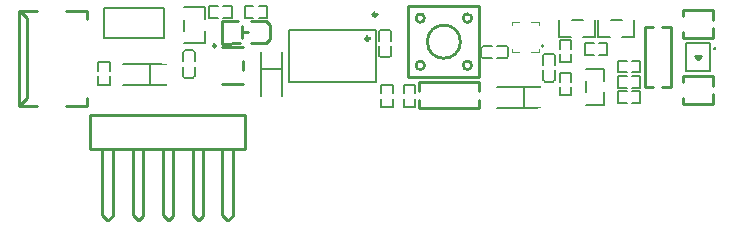
<source format=gto>
G04 Layer: TopSilkLayer*
G04 EasyEDA v6.4.20.6, 2021-07-19T17:35:24+02:00*
G04 4fc8b908a01b444f87dbcbd8e6e61994,c893d1cfc3b04c85b30658aade316d97,10*
G04 Gerber Generator version 0.2*
G04 Scale: 100 percent, Rotated: No, Reflected: No *
G04 Dimensions in millimeters *
G04 leading zeros omitted , absolute positions ,4 integer and 5 decimal *
%FSLAX45Y45*%
%MOMM*%

%ADD10C,0.2540*%
%ADD14C,0.3000*%
%ADD41C,0.1524*%
%ADD42C,0.1500*%
%ADD43C,0.1000*%
%ADD44C,0.2032*%
%ADD45C,0.2030*%

%LPD*%
G36*
X2064766Y-464261D02*
G01*
X2064766Y-509981D01*
X2079955Y-509981D01*
X2079955Y-464261D01*
G37*
G36*
X2240026Y-464261D02*
G01*
X2240026Y-509981D01*
X2255215Y-509981D01*
X2255215Y-464261D01*
G37*
G36*
X1230020Y-564743D02*
G01*
X1230020Y-579983D01*
X1275740Y-579983D01*
X1275740Y-564743D01*
G37*
G36*
X1230020Y-740054D02*
G01*
X1230020Y-755243D01*
X1275740Y-755243D01*
X1275740Y-740054D01*
G37*
G36*
X4399991Y-754786D02*
G01*
X4399991Y-769975D01*
X4445711Y-769975D01*
X4445711Y-754786D01*
G37*
G36*
X4399991Y-930046D02*
G01*
X4399991Y-945235D01*
X4445711Y-945235D01*
X4445711Y-930046D01*
G37*
D41*
X1410139Y-468370D02*
G01*
X1410139Y-547380D01*
X1509859Y-547380D02*
G01*
X1509859Y-468370D01*
X1494619Y-453130D02*
G01*
X1425379Y-453130D01*
X1410139Y-671631D02*
G01*
X1410139Y-592622D01*
X1509859Y-592622D02*
G01*
X1509859Y-671631D01*
X1494619Y-686871D02*
G01*
X1425379Y-686871D01*
X2072378Y-837618D02*
G01*
X2072378Y-502384D01*
X2247623Y-837618D02*
G01*
X2247623Y-502384D01*
X2072378Y-609569D02*
G01*
X2247623Y-609569D01*
D10*
X1920006Y-424995D02*
G01*
X1740004Y-424995D01*
X1920006Y-539993D02*
G01*
X1920006Y-619996D01*
X1920006Y-734997D02*
G01*
X1740004Y-734997D01*
X625000Y-1035999D02*
G01*
X625000Y-1004001D01*
X1933999Y-1004001D01*
X1933999Y-1035999D01*
X1934999Y-1035999D02*
G01*
X1934999Y-1289999D01*
X1495000Y-1290005D02*
G01*
X1495000Y-1849635D01*
X1535371Y-1889998D01*
X1581091Y-1290005D02*
G01*
X1581091Y-1851898D01*
X1542991Y-1889998D01*
X1242816Y-1289999D02*
G01*
X1242816Y-1849630D01*
X1328907Y-1289999D02*
G01*
X1328907Y-1851898D01*
X1242816Y-1289999D02*
G01*
X1242816Y-1849630D01*
X1283187Y-1889998D01*
X1328907Y-1289999D02*
G01*
X1328907Y-1851898D01*
X1290807Y-1889998D01*
X988910Y-1289999D02*
G01*
X988910Y-1849630D01*
X1029281Y-1889998D01*
X1075001Y-1289999D02*
G01*
X1075001Y-1851898D01*
X1036901Y-1889998D01*
X728908Y-1289999D02*
G01*
X728908Y-1849630D01*
X814999Y-1289999D02*
G01*
X814999Y-1851898D01*
X728908Y-1289999D02*
G01*
X728908Y-1849630D01*
X769277Y-1889998D01*
X814999Y-1289999D02*
G01*
X814999Y-1851898D01*
X776899Y-1889998D01*
X625000Y-1289999D02*
G01*
X1934999Y-1289999D01*
X1745000Y-1289999D02*
G01*
X1745000Y-1849630D01*
X1785371Y-1889998D01*
X1831091Y-1289999D02*
G01*
X1831091Y-1851898D01*
X1792991Y-1889998D01*
X625000Y-1289999D02*
G01*
X625000Y-1035999D01*
D41*
X4887381Y-489859D02*
G01*
X4815578Y-489859D01*
X4815578Y-390138D01*
X4887381Y-390138D01*
X4932624Y-489859D02*
G01*
X5004427Y-489859D01*
X5004427Y-390138D01*
X4932624Y-390138D01*
X4699863Y-482620D02*
G01*
X4699863Y-554423D01*
X4600143Y-554423D01*
X4600143Y-482620D01*
X4699863Y-437377D02*
G01*
X4699863Y-365574D01*
X4600143Y-365574D01*
X4600143Y-437377D01*
X4699863Y-762622D02*
G01*
X4699863Y-834425D01*
X4600143Y-834425D01*
X4600143Y-762622D01*
X4699863Y-717379D02*
G01*
X4699863Y-645576D01*
X4600143Y-645576D01*
X4600143Y-717379D01*
X902383Y-572378D02*
G01*
X1237617Y-572378D01*
X902383Y-747623D02*
G01*
X1237617Y-747623D01*
X1130432Y-572378D02*
G01*
X1130432Y-747623D01*
X4559863Y-577380D02*
G01*
X4559863Y-498370D01*
X4460143Y-498370D02*
G01*
X4460143Y-577380D01*
X4544623Y-483130D02*
G01*
X4475383Y-483130D01*
X4460143Y-701631D02*
G01*
X4460143Y-622622D01*
X4559863Y-622622D02*
G01*
X4559863Y-701631D01*
X4544623Y-716871D02*
G01*
X4475383Y-716871D01*
X4072381Y-762378D02*
G01*
X4407618Y-762378D01*
X4072381Y-937623D02*
G01*
X4407618Y-937623D01*
X4300433Y-762378D02*
G01*
X4300433Y-937623D01*
X4072623Y-519859D02*
G01*
X4151632Y-519859D01*
X4151632Y-420138D02*
G01*
X4072623Y-420138D01*
X4166872Y-504619D02*
G01*
X4166872Y-435378D01*
X3948371Y-420138D02*
G01*
X4027380Y-420138D01*
X4027380Y-519859D02*
G01*
X3948371Y-519859D01*
X3933131Y-504619D02*
G01*
X3933131Y-435378D01*
X3170750Y-372717D02*
G01*
X3170750Y-293707D01*
X3071030Y-293707D02*
G01*
X3071030Y-372717D01*
X3155510Y-278467D02*
G01*
X3086270Y-278467D01*
X3071030Y-496968D02*
G01*
X3071030Y-417959D01*
X3170750Y-417959D02*
G01*
X3170750Y-496968D01*
X3155510Y-512208D02*
G01*
X3086270Y-512208D01*
X1422387Y-393618D02*
G01*
X1597629Y-393618D01*
X1597629Y-289458D01*
X1422387Y-86380D02*
G01*
X1597629Y-86380D01*
X1597629Y-190540D01*
X1422387Y-285539D02*
G01*
X1422387Y-194459D01*
D10*
X3405997Y-943693D02*
G01*
X3913997Y-943693D01*
X3913997Y-869673D02*
G01*
X3913997Y-943693D01*
X3913997Y-723694D02*
G01*
X3913997Y-797714D01*
X3405997Y-869673D02*
G01*
X3405997Y-943693D01*
X3405997Y-723694D02*
G01*
X3405997Y-797714D01*
X3405997Y-723694D02*
G01*
X3913997Y-723694D01*
X5320002Y-256001D02*
G01*
X5320002Y-764001D01*
X5394022Y-764001D02*
G01*
X5320002Y-764001D01*
X5540001Y-764001D02*
G01*
X5465980Y-764001D01*
X5394022Y-256001D02*
G01*
X5320002Y-256001D01*
X5540001Y-256001D02*
G01*
X5465980Y-256001D01*
X5540001Y-256001D02*
G01*
X5540001Y-764001D01*
X5897003Y-265978D02*
G01*
X5897003Y-347499D01*
X5897003Y-112499D02*
G01*
X5897003Y-194020D01*
X5643003Y-298701D02*
G01*
X5643003Y-347499D01*
X5643003Y-112499D02*
G01*
X5643003Y-161297D01*
X5897003Y-347499D02*
G01*
X5643003Y-347499D01*
X5897003Y-112499D02*
G01*
X5643003Y-112499D01*
X5897003Y-825980D02*
G01*
X5897003Y-907501D01*
X5897003Y-672500D02*
G01*
X5897003Y-754021D01*
X5643003Y-858702D02*
G01*
X5643003Y-907501D01*
X5643003Y-672500D02*
G01*
X5643003Y-721299D01*
X5897003Y-907501D02*
G01*
X5643003Y-907501D01*
X5897003Y-672500D02*
G01*
X5643003Y-672500D01*
X1890003Y-395000D02*
G01*
X1741995Y-395998D01*
X1875995Y-205999D02*
G01*
X1741995Y-205999D01*
X1741995Y-395998D02*
G01*
X1741995Y-205996D01*
X2115007Y-204998D02*
G01*
X2115007Y-205003D01*
X2150000Y-239996D01*
X2115007Y-395000D02*
G01*
X2115007Y-394995D01*
X2150000Y-360001D01*
X1990003Y-395000D02*
G01*
X2115007Y-395000D01*
X1990003Y-204998D02*
G01*
X2115007Y-204998D01*
X2150000Y-360001D02*
G01*
X2150000Y-239996D01*
X1909996Y-349999D02*
G01*
X1909996Y-249999D01*
X1909996Y-299493D02*
G01*
X1959996Y-299493D01*
X5795388Y-497301D02*
G01*
X5744588Y-497301D01*
X5769988Y-522701D01*
X5795388Y-497301D01*
D42*
X5665988Y-628997D02*
G01*
X5665988Y-390999D01*
X5873988Y-390999D01*
X5873988Y-628997D01*
X5665988Y-628997D01*
D41*
X4927381Y-197378D02*
G01*
X4927381Y-342620D01*
X5030543Y-342620D01*
X5232623Y-197378D02*
G01*
X5232623Y-342620D01*
X5129461Y-342620D01*
X5034462Y-197378D02*
G01*
X5125542Y-197378D01*
X4597382Y-197378D02*
G01*
X4597382Y-342620D01*
X4700544Y-342620D01*
X4902624Y-197378D02*
G01*
X4902624Y-342620D01*
X4799462Y-342620D01*
X4704463Y-197378D02*
G01*
X4795542Y-197378D01*
X4827381Y-912621D02*
G01*
X4972624Y-912621D01*
X4972624Y-809459D01*
X4827381Y-607380D02*
G01*
X4972624Y-607380D01*
X4972624Y-710542D01*
X4827381Y-805540D02*
G01*
X4827381Y-714461D01*
X5167381Y-899861D02*
G01*
X5095577Y-899861D01*
X5095577Y-800140D01*
X5167381Y-800140D01*
X5212623Y-899861D02*
G01*
X5284426Y-899861D01*
X5284426Y-800140D01*
X5212623Y-800140D01*
X5167381Y-769861D02*
G01*
X5095577Y-769861D01*
X5095577Y-670140D01*
X5167381Y-670140D01*
X5212623Y-769861D02*
G01*
X5284426Y-769861D01*
X5284426Y-670140D01*
X5212623Y-670140D01*
X5167381Y-639861D02*
G01*
X5095577Y-639861D01*
X5095577Y-540141D01*
X5167381Y-540141D01*
X5212623Y-639861D02*
G01*
X5284426Y-639861D01*
X5284426Y-540141D01*
X5212623Y-540141D01*
X690140Y-627379D02*
G01*
X690140Y-555576D01*
X789861Y-555576D01*
X789861Y-627379D01*
X690140Y-672622D02*
G01*
X690140Y-744425D01*
X789861Y-744425D01*
X789861Y-672622D01*
X1752622Y-80139D02*
G01*
X1824426Y-80139D01*
X1824426Y-179859D01*
X1752622Y-179859D01*
X1707380Y-80139D02*
G01*
X1635577Y-80139D01*
X1635577Y-179859D01*
X1707380Y-179859D01*
X2007379Y-179859D02*
G01*
X1935576Y-179859D01*
X1935576Y-80139D01*
X2007379Y-80139D01*
X2052622Y-179859D02*
G01*
X2124425Y-179859D01*
X2124425Y-80139D01*
X2052622Y-80139D01*
X3280140Y-817379D02*
G01*
X3280140Y-745576D01*
X3379861Y-745576D01*
X3379861Y-817379D01*
X3280140Y-862622D02*
G01*
X3280140Y-934425D01*
X3379861Y-934425D01*
X3379861Y-862622D01*
X3090141Y-817379D02*
G01*
X3090141Y-745576D01*
X3189861Y-745576D01*
X3189861Y-817379D01*
X3090141Y-862622D02*
G01*
X3090141Y-934425D01*
X3189861Y-934425D01*
X3189861Y-862622D01*
D10*
X3320003Y-79999D02*
G01*
X3920002Y-79999D01*
X3920002Y-679998D01*
X3320003Y-679998D01*
X3320003Y-79999D01*
D41*
X3047613Y-277858D02*
G01*
X3047613Y-722139D01*
X2312375Y-722139D01*
X2312375Y-277858D01*
X3047613Y-277858D01*
D43*
X4360801Y-466999D02*
G01*
X4424301Y-466999D01*
X4424301Y-444411D01*
X4195701Y-441599D02*
G01*
X4195701Y-466999D01*
X4259201Y-466999D01*
X4360801Y-212999D02*
G01*
X4424301Y-212999D01*
X4424301Y-238399D01*
X4195701Y-238399D02*
G01*
X4195701Y-212999D01*
X4259201Y-212999D01*
D10*
X22745Y-920000D02*
G01*
X22745Y-120002D01*
X93738Y-858989D02*
G01*
X93738Y-182003D01*
X22745Y-917994D02*
G01*
X34734Y-917994D01*
X93738Y-858989D01*
X24752Y-122999D02*
G01*
X34734Y-122999D01*
X93738Y-182003D01*
X597725Y-920000D02*
G01*
X597725Y-854435D01*
X597725Y-185567D02*
G01*
X597725Y-120002D01*
X597725Y-120002D02*
G01*
X419973Y-120002D01*
X173019Y-120002D02*
G01*
X24752Y-120002D01*
X597725Y-920000D02*
G01*
X419973Y-920000D01*
X173019Y-920000D02*
G01*
X22745Y-920000D01*
D44*
X745997Y-346999D02*
G01*
X745997Y-92999D01*
X1253997Y-92999D01*
X1253997Y-346999D01*
X1063497Y-346999D01*
D45*
X745997Y-346999D02*
G01*
X1063497Y-346999D01*
D41*
G75*
G01*
X1509860Y-468371D02*
G03*
X1494620Y-453131I-15240J0D01*
G75*
G01*
X1425379Y-453131D02*
G03*
X1410139Y-468371I0J-15240D01*
G75*
G01*
X1509860Y-671632D02*
G02*
X1494620Y-686872I-15240J0D01*
G75*
G01*
X1425379Y-686872D02*
G02*
X1410139Y-671632I0J15240D01*
G75*
G01*
X4559864Y-498371D02*
G03*
X4544624Y-483131I-15240J0D01*
G75*
G01*
X4475383Y-483131D02*
G03*
X4460143Y-498371I0J-15240D01*
G75*
G01*
X4559864Y-701632D02*
G02*
X4544624Y-716872I-15240J0D01*
G75*
G01*
X4475383Y-716872D02*
G02*
X4460143Y-701632I0J15240D01*
G75*
G01*
X4151633Y-519859D02*
G03*
X4166873Y-504619I0J15240D01*
G75*
G01*
X4166873Y-435379D02*
G03*
X4151633Y-420139I-15240J0D01*
G75*
G01*
X3948372Y-519859D02*
G02*
X3933132Y-504619I0J15240D01*
G75*
G01*
X3933132Y-435379D02*
G02*
X3948372Y-420139I15240J0D01*
G75*
G01*
X3170751Y-293708D02*
G03*
X3155511Y-278468I-15240J0D01*
G75*
G01*
X3086270Y-278468D02*
G03*
X3071030Y-293708I0J-15240D01*
G75*
G01*
X3170751Y-496969D02*
G02*
X3155511Y-512209I-15240J0D01*
G75*
G01*
X3086270Y-512209D02*
G02*
X3071030Y-496969I0J15240D01*
D10*
G75*
G01
X1690319Y-414909D02*
G03X1690319Y-414909I-12700J0D01*
G75*
G01
X5913831Y-435000D02*
G03X5913831Y-435000I-5842J0D01*
G75*
G01
X3760013Y-379984D02*
G03X3760013Y-379984I-140005J0D01*
G75*
G01
X3856076Y-180010D02*
G03X3856076Y-180010I-36068J0D01*
G75*
G01
X3456076Y-180010D02*
G03X3456076Y-180010I-36068J0D01*
G75*
G01
X3456076Y-580009D02*
G03X3456076Y-580009I-36068J0D01*
G75*
G01
X3856076Y-580009D02*
G03X3856076Y-580009I-36068J0D01*
D14*
G75*
G01
X2987523Y-353085D02*
G03X2987523Y-353085I-15011J0D01*
G75*
G01
X3050946Y-150901D02*
G03X3050946Y-150901I-15011J0D01*
D42*
G75*
G01
X4463237Y-415011D02*
G03X4463237Y-415011I-7493J0D01*
M02*

</source>
